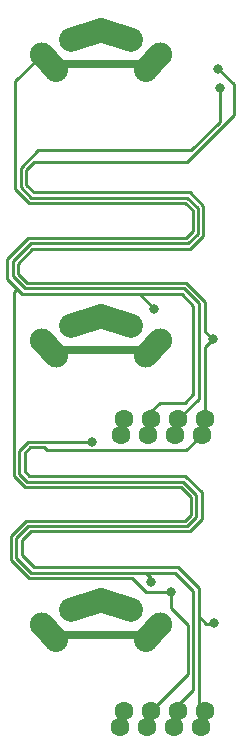
<source format=gbr>
%TF.GenerationSoftware,KiCad,Pcbnew,7.0.2*%
%TF.CreationDate,2024-09-11T13:34:27+02:00*%
%TF.ProjectId,column,636f6c75-6d6e-42e6-9b69-6361645f7063,rev?*%
%TF.SameCoordinates,Original*%
%TF.FileFunction,Copper,L1,Top*%
%TF.FilePolarity,Positive*%
%FSLAX46Y46*%
G04 Gerber Fmt 4.6, Leading zero omitted, Abs format (unit mm)*
G04 Created by KiCad (PCBNEW 7.0.2) date 2024-09-11 13:34:27*
%MOMM*%
%LPD*%
G01*
G04 APERTURE LIST*
G04 Aperture macros list*
%AMRoundRect*
0 Rectangle with rounded corners*
0 $1 Rounding radius*
0 $2 $3 $4 $5 $6 $7 $8 $9 X,Y pos of 4 corners*
0 Add a 4 corners polygon primitive as box body*
4,1,4,$2,$3,$4,$5,$6,$7,$8,$9,$2,$3,0*
0 Add four circle primitives for the rounded corners*
1,1,$1+$1,$2,$3*
1,1,$1+$1,$4,$5*
1,1,$1+$1,$6,$7*
1,1,$1+$1,$8,$9*
0 Add four rect primitives between the rounded corners*
20,1,$1+$1,$2,$3,$4,$5,0*
20,1,$1+$1,$4,$5,$6,$7,0*
20,1,$1+$1,$6,$7,$8,$9,0*
20,1,$1+$1,$8,$9,$2,$3,0*%
%AMHorizOval*
0 Thick line with rounded ends*
0 $1 width*
0 $2 $3 position (X,Y) of the first rounded end (center of the circle)*
0 $4 $5 position (X,Y) of the second rounded end (center of the circle)*
0 Add line between two ends*
20,1,$1,$2,$3,$4,$5,0*
0 Add two circle primitives to create the rounded ends*
1,1,$1,$2,$3*
1,1,$1,$4,$5*%
G04 Aperture macros list end*
%TA.AperFunction,ComponentPad*%
%ADD10HorizOval,2.032000X-0.608505X0.641231X0.608505X-0.641231X0*%
%TD*%
%TA.AperFunction,ComponentPad*%
%ADD11C,2.032000*%
%TD*%
%TA.AperFunction,SMDPad,CuDef*%
%ADD12RoundRect,0.189673X3.620327X0.189672X-3.620327X0.189672X-3.620327X-0.189672X3.620327X-0.189672X0*%
%TD*%
%TA.AperFunction,ComponentPad*%
%ADD13HorizOval,2.032000X-0.608505X-0.641231X0.608505X0.641231X0*%
%TD*%
%TA.AperFunction,ComponentPad*%
%ADD14HorizOval,2.032000X-1.269427X-0.410014X1.269427X0.410014X0*%
%TD*%
%TA.AperFunction,ComponentPad*%
%ADD15HorizOval,2.032000X-1.269427X0.410014X1.269427X-0.410014X0*%
%TD*%
%TA.AperFunction,ComponentPad*%
%ADD16C,1.600000*%
%TD*%
%TA.AperFunction,ViaPad*%
%ADD17C,0.800000*%
%TD*%
%TA.AperFunction,Conductor*%
%ADD18C,0.250000*%
%TD*%
G04 APERTURE END LIST*
D10*
%TO.P,SW3,1,1*%
%TO.N,row_2*%
X187968592Y-121237762D03*
D11*
X188573491Y-121881194D03*
D12*
X192378594Y-121411349D03*
D11*
X196193491Y-121881194D03*
D13*
X196798390Y-121237762D03*
D14*
%TO.P,SW3,2,2*%
%TO.N,Net-(D3-K)*%
X191128143Y-118926263D03*
D11*
X192383491Y-118521194D03*
D15*
X193638839Y-118926263D03*
%TD*%
D10*
%TO.P,SW2,1,1*%
%TO.N,row_1*%
X187968592Y-97139762D03*
D11*
X188573491Y-97783194D03*
D12*
X192378594Y-97313349D03*
D11*
X196193491Y-97783194D03*
D13*
X196798390Y-97139762D03*
D14*
%TO.P,SW2,2,2*%
%TO.N,Net-(D2-K)*%
X191128143Y-94828263D03*
D11*
X192383491Y-94423194D03*
D15*
X193638839Y-94828263D03*
%TD*%
D10*
%TO.P,SW1,1,1*%
%TO.N,row_0*%
X187968592Y-72941762D03*
D11*
X188573491Y-73585194D03*
D12*
X192378594Y-73115349D03*
D11*
X196193491Y-73585194D03*
D13*
X196798390Y-72941762D03*
D14*
%TO.P,SW1,2,2*%
%TO.N,Net-(D1-K)*%
X191128143Y-70630263D03*
D11*
X192383491Y-70225194D03*
D15*
X193638839Y-70630263D03*
%TD*%
D16*
%TO.P,J3,1,Pin_1*%
%TO.N,col0*%
X194313491Y-127916194D03*
X194053491Y-129206194D03*
%TO.P,J3,2,Pin_2*%
%TO.N,row_0*%
X196339491Y-129206194D03*
X196599491Y-127916194D03*
%TO.P,J3,3,Pin_3*%
%TO.N,row_1*%
X198885491Y-127916194D03*
X198625491Y-129206194D03*
%TO.P,J3,4,Pin_4*%
%TO.N,row_2*%
X201171491Y-127916194D03*
X200911491Y-129206194D03*
%TD*%
%TO.P,J5,1,Pin_1*%
%TO.N,col0*%
X194348163Y-103204170D03*
X194088163Y-104494170D03*
%TO.P,J5,2,Pin_2*%
%TO.N,row_0*%
X196634163Y-103204170D03*
X196374163Y-104494170D03*
%TO.P,J5,3,Pin_3*%
%TO.N,row_1*%
X198660163Y-104494170D03*
X198920163Y-103204170D03*
%TO.P,J5,4,Pin_4*%
%TO.N,row_2*%
X201206163Y-103204170D03*
X200946163Y-104494170D03*
%TD*%
D17*
%TO.N,row_1*%
X191675000Y-105100500D03*
%TO.N,row_2*%
X201925000Y-96350000D03*
%TO.N,row_0*%
X196900000Y-93825000D03*
%TO.N,row_1*%
X202450000Y-75100000D03*
%TO.N,row_2*%
X202350000Y-73550000D03*
%TO.N,row_1*%
X196650000Y-116975000D03*
%TO.N,row_0*%
X198300000Y-117800000D03*
%TO.N,row_2*%
X201975000Y-120450000D03*
%TD*%
D18*
%TO.N,row_2*%
X201206163Y-97068837D02*
X201925000Y-96350000D01*
X201206163Y-103204170D02*
X201206163Y-97068837D01*
%TO.N,row_0*%
X185031971Y-92443029D02*
X185031971Y-106700000D01*
X185334290Y-92140710D02*
X185031971Y-92443029D01*
X185334290Y-92140710D02*
X185745294Y-92551714D01*
X184465971Y-91272391D02*
X185334290Y-92140710D01*
%TO.N,row_1*%
X186507294Y-116173714D02*
X196175000Y-116173714D01*
X185227971Y-114894391D02*
X186507294Y-116173714D01*
X185227971Y-113251996D02*
X185227971Y-114894391D01*
X186253294Y-112226674D02*
X185227971Y-113251996D01*
X199715293Y-112226674D02*
X186253294Y-112226674D01*
X200467971Y-111473996D02*
X199715293Y-112226674D01*
X200467971Y-109560392D02*
X200467971Y-111473996D01*
X199371079Y-108463500D02*
X200467971Y-109560392D01*
X186163079Y-108463500D02*
X199371079Y-108463500D01*
X185481971Y-105885997D02*
X185481971Y-107782391D01*
X186253294Y-105114674D02*
X191660826Y-105114674D01*
X186253294Y-105114674D02*
X185481971Y-105885997D01*
X191675000Y-105100500D02*
X191660826Y-105114674D01*
X185481971Y-107782391D02*
X186163079Y-108463500D01*
%TO.N,row_2*%
X199615333Y-105825000D02*
X200946163Y-104494170D01*
X187600000Y-105575000D02*
X187850000Y-105825000D01*
X185931491Y-106072194D02*
X186428685Y-105575000D01*
X185931491Y-107596194D02*
X185931491Y-106072194D01*
X186349277Y-108013980D02*
X185931491Y-107596194D01*
X200917491Y-109374194D02*
X199557277Y-108013980D01*
X200917491Y-111660194D02*
X200917491Y-109374194D01*
X199901491Y-112676194D02*
X200917491Y-111660194D01*
X186693491Y-115724194D02*
X185677491Y-114708194D01*
X185677491Y-113438194D02*
X186439491Y-112676194D01*
X186428685Y-105575000D02*
X187600000Y-105575000D01*
X198885491Y-115724194D02*
X186693491Y-115724194D01*
X200663491Y-117502194D02*
X198885491Y-115724194D01*
X185677491Y-114708194D02*
X185677491Y-113438194D01*
X199557277Y-108013980D02*
X186349277Y-108013980D01*
X187850000Y-105825000D02*
X199615333Y-105825000D01*
X200663491Y-119725000D02*
X200663491Y-117502194D01*
X186439491Y-112676194D02*
X199901491Y-112676194D01*
%TO.N,row_0*%
X196634163Y-102504942D02*
X196634163Y-103204170D01*
X197361491Y-101777614D02*
X196634163Y-102504942D01*
%TO.N,row_1*%
X200663491Y-93372194D02*
X200663491Y-101460842D01*
X199393491Y-92102194D02*
X200663491Y-93372194D01*
X185931491Y-92102194D02*
X199393491Y-92102194D01*
X184915491Y-91086194D02*
X185931491Y-92102194D01*
X184915491Y-89816194D02*
X184915491Y-91086194D01*
X186439491Y-88292194D02*
X184915491Y-89816194D01*
X199773773Y-88292194D02*
X186439491Y-88292194D01*
X200605011Y-87460956D02*
X199773773Y-88292194D01*
X200605011Y-85313433D02*
X200605011Y-87460956D01*
X185612626Y-83529047D02*
X186507294Y-84423714D01*
X185612626Y-81879342D02*
X185612626Y-83529047D01*
X200027095Y-80418194D02*
X187073774Y-80418194D01*
X202450000Y-77995289D02*
X200027095Y-80418194D01*
X187073774Y-80418194D02*
X185612626Y-81879342D01*
X199715293Y-84423714D02*
X200605011Y-85313433D01*
X202450000Y-75100000D02*
X202450000Y-77995289D01*
X200663491Y-101460842D02*
X198920163Y-103204170D01*
X186507294Y-84423714D02*
X199715293Y-84423714D01*
%TO.N,row_2*%
X203625000Y-74825000D02*
X202350000Y-73550000D01*
X199647491Y-81434194D02*
X203625000Y-77456685D01*
X186693491Y-81434194D02*
X199647491Y-81434194D01*
X186062146Y-82065539D02*
X186693491Y-81434194D01*
X186062146Y-83342849D02*
X186062146Y-82065539D01*
X186693491Y-83974194D02*
X186062146Y-83342849D01*
X199901491Y-83974195D02*
X186693491Y-83974194D01*
X201054531Y-85127236D02*
X199901491Y-83974195D01*
X186117689Y-91652674D02*
X185365011Y-90899996D01*
X185365011Y-90002392D02*
X186567209Y-88800194D01*
X201171491Y-93244477D02*
X199579688Y-91652674D01*
X199901491Y-88800194D02*
X201054531Y-87647154D01*
X199579688Y-91652674D02*
X186117689Y-91652674D01*
X186567209Y-88800194D02*
X199901491Y-88800194D01*
X201171491Y-95696491D02*
X201171491Y-93244477D01*
X185365011Y-90899996D02*
X185365011Y-90002392D01*
X201825000Y-96350000D02*
X201171491Y-95696491D01*
X201925000Y-96350000D02*
X201825000Y-96350000D01*
X201054531Y-87647154D02*
X201054531Y-85127236D01*
X203625000Y-77456685D02*
X203625000Y-74825000D01*
%TO.N,row_0*%
X195685194Y-92610194D02*
X191025000Y-92610194D01*
X196900000Y-93825000D02*
X195685194Y-92610194D01*
X191025000Y-92610194D02*
X199265773Y-92610194D01*
X188979491Y-92610194D02*
X191025000Y-92610194D01*
X185162626Y-74546059D02*
X185162626Y-82625000D01*
X187383491Y-72325194D02*
X185162626Y-74546059D01*
%TO.N,row_1*%
X196650000Y-116648714D02*
X196175000Y-116173714D01*
X196650000Y-116975000D02*
X196650000Y-116648714D01*
X198699293Y-116173714D02*
X196175000Y-116173714D01*
%TO.N,row_0*%
X185032451Y-107968588D02*
X185032451Y-105699799D01*
X185976882Y-108913020D02*
X185032451Y-107968588D01*
X199184881Y-108913020D02*
X185976882Y-108913020D01*
X200018451Y-109746590D02*
X199184881Y-108913020D01*
X200018451Y-111287798D02*
X200018451Y-109746590D01*
X199529095Y-111777154D02*
X200018451Y-111287798D01*
X186067097Y-111777154D02*
X199529095Y-111777154D01*
X184778451Y-115081267D02*
X184778451Y-113065799D01*
X186320898Y-116623714D02*
X184778451Y-115081267D01*
X194998714Y-116623714D02*
X186320898Y-116623714D01*
X196175000Y-117800000D02*
X194998714Y-116623714D01*
X184778451Y-113065799D02*
X186067097Y-111777154D01*
X198300000Y-117800000D02*
X196175000Y-117800000D01*
X196091491Y-128424194D02*
X196091491Y-129440194D01*
X199764451Y-124751234D02*
X196091491Y-128424194D01*
X199764451Y-120639451D02*
X199764451Y-124751234D01*
X198300000Y-119175000D02*
X199764451Y-120639451D01*
X198300000Y-117800000D02*
X198300000Y-119175000D01*
%TO.N,row_2*%
X201925000Y-120500000D02*
X201325000Y-120500000D01*
X201975000Y-120450000D02*
X201925000Y-120500000D01*
X200663491Y-119838491D02*
X201325000Y-120500000D01*
X200663491Y-119725000D02*
X200663491Y-119838491D01*
X200663491Y-119725000D02*
X200663491Y-128932194D01*
%TO.N,row_0*%
X184465971Y-89629997D02*
X184465971Y-91272391D01*
X200155491Y-87274758D02*
X199587575Y-87842674D01*
X199265773Y-92610194D02*
X200213971Y-93558392D01*
X199496353Y-101777614D02*
X197361491Y-101777614D01*
X186253294Y-87842674D02*
X184465971Y-89629997D01*
X185163107Y-83715245D02*
X186321097Y-84873234D01*
X200213971Y-93558392D02*
X200213971Y-101059996D01*
X199529095Y-84873234D02*
X200155491Y-85499630D01*
X188921011Y-92551714D02*
X188979491Y-92610194D01*
X185745294Y-92551714D02*
X188921011Y-92551714D01*
X199587575Y-87842674D02*
X186253294Y-87842674D01*
X186321097Y-84873234D02*
X199529095Y-84873234D01*
X196599491Y-102539614D02*
X196599491Y-103024194D01*
X200213971Y-101059996D02*
X199496353Y-101777614D01*
X185163106Y-81693145D02*
X185163107Y-83715245D01*
X200155491Y-85499630D02*
X200155491Y-87274758D01*
%TO.N,row_1*%
X198377491Y-129440194D02*
X198377491Y-127916194D01*
X200213971Y-126079714D02*
X200213971Y-117688392D01*
X200213971Y-117688392D02*
X198699293Y-116173714D01*
X198377491Y-127916194D02*
X200213971Y-126079714D01*
%TD*%
M02*

</source>
